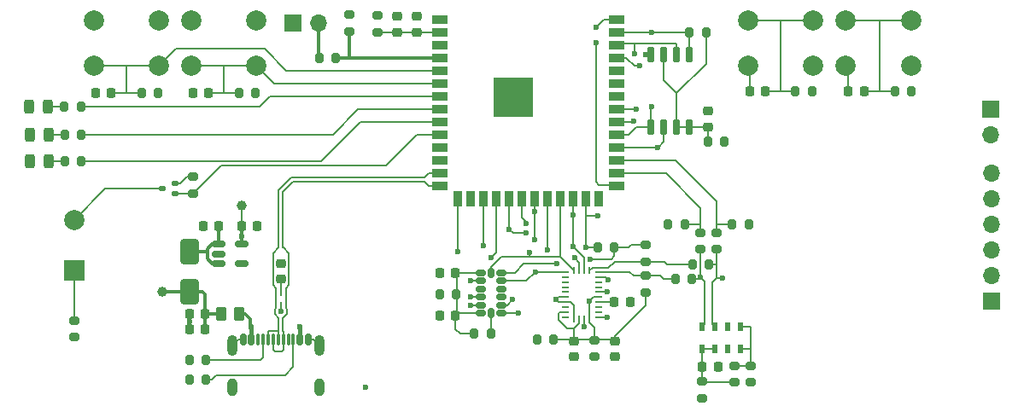
<source format=gtl>
G04 #@! TF.GenerationSoftware,KiCad,Pcbnew,8.0.5*
G04 #@! TF.CreationDate,2024-11-13T12:29:25-06:00*
G04 #@! TF.ProjectId,APG_Sensor_Test_Board,4150475f-5365-46e7-936f-725f54657374,rev?*
G04 #@! TF.SameCoordinates,Original*
G04 #@! TF.FileFunction,Copper,L1,Top*
G04 #@! TF.FilePolarity,Positive*
%FSLAX46Y46*%
G04 Gerber Fmt 4.6, Leading zero omitted, Abs format (unit mm)*
G04 Created by KiCad (PCBNEW 8.0.5) date 2024-11-13 12:29:25*
%MOMM*%
%LPD*%
G01*
G04 APERTURE LIST*
G04 Aperture macros list*
%AMRoundRect*
0 Rectangle with rounded corners*
0 $1 Rounding radius*
0 $2 $3 $4 $5 $6 $7 $8 $9 X,Y pos of 4 corners*
0 Add a 4 corners polygon primitive as box body*
4,1,4,$2,$3,$4,$5,$6,$7,$8,$9,$2,$3,0*
0 Add four circle primitives for the rounded corners*
1,1,$1+$1,$2,$3*
1,1,$1+$1,$4,$5*
1,1,$1+$1,$6,$7*
1,1,$1+$1,$8,$9*
0 Add four rect primitives between the rounded corners*
20,1,$1+$1,$2,$3,$4,$5,0*
20,1,$1+$1,$4,$5,$6,$7,0*
20,1,$1+$1,$6,$7,$8,$9,0*
20,1,$1+$1,$8,$9,$2,$3,0*%
G04 Aperture macros list end*
G04 #@! TA.AperFunction,SMDPad,CuDef*
%ADD10RoundRect,0.150000X-0.150000X0.650000X-0.150000X-0.650000X0.150000X-0.650000X0.150000X0.650000X0*%
G04 #@! TD*
G04 #@! TA.AperFunction,SMDPad,CuDef*
%ADD11RoundRect,0.200000X0.200000X0.275000X-0.200000X0.275000X-0.200000X-0.275000X0.200000X-0.275000X0*%
G04 #@! TD*
G04 #@! TA.AperFunction,SMDPad,CuDef*
%ADD12RoundRect,0.062500X0.062500X-0.237500X0.062500X0.237500X-0.062500X0.237500X-0.062500X-0.237500X0*%
G04 #@! TD*
G04 #@! TA.AperFunction,SMDPad,CuDef*
%ADD13RoundRect,0.150000X-0.325000X-0.150000X0.325000X-0.150000X0.325000X0.150000X-0.325000X0.150000X0*%
G04 #@! TD*
G04 #@! TA.AperFunction,SMDPad,CuDef*
%ADD14RoundRect,0.150000X-0.150000X-0.325000X0.150000X-0.325000X0.150000X0.325000X-0.150000X0.325000X0*%
G04 #@! TD*
G04 #@! TA.AperFunction,ComponentPad*
%ADD15R,1.700000X1.700000*%
G04 #@! TD*
G04 #@! TA.AperFunction,ComponentPad*
%ADD16O,1.700000X1.700000*%
G04 #@! TD*
G04 #@! TA.AperFunction,SMDPad,CuDef*
%ADD17RoundRect,0.200000X-0.200000X-0.275000X0.200000X-0.275000X0.200000X0.275000X-0.200000X0.275000X0*%
G04 #@! TD*
G04 #@! TA.AperFunction,SMDPad,CuDef*
%ADD18RoundRect,0.150000X-0.150000X-0.425000X0.150000X-0.425000X0.150000X0.425000X-0.150000X0.425000X0*%
G04 #@! TD*
G04 #@! TA.AperFunction,SMDPad,CuDef*
%ADD19RoundRect,0.075000X-0.075000X-0.500000X0.075000X-0.500000X0.075000X0.500000X-0.075000X0.500000X0*%
G04 #@! TD*
G04 #@! TA.AperFunction,ComponentPad*
%ADD20O,1.000000X2.100000*%
G04 #@! TD*
G04 #@! TA.AperFunction,ComponentPad*
%ADD21O,1.000000X1.800000*%
G04 #@! TD*
G04 #@! TA.AperFunction,SMDPad,CuDef*
%ADD22RoundRect,0.225000X0.225000X0.250000X-0.225000X0.250000X-0.225000X-0.250000X0.225000X-0.250000X0*%
G04 #@! TD*
G04 #@! TA.AperFunction,SMDPad,CuDef*
%ADD23RoundRect,0.200000X-0.275000X0.200000X-0.275000X-0.200000X0.275000X-0.200000X0.275000X0.200000X0*%
G04 #@! TD*
G04 #@! TA.AperFunction,SMDPad,CuDef*
%ADD24RoundRect,0.225000X-0.250000X0.225000X-0.250000X-0.225000X0.250000X-0.225000X0.250000X0.225000X0*%
G04 #@! TD*
G04 #@! TA.AperFunction,SMDPad,CuDef*
%ADD25R,0.550000X0.950000*%
G04 #@! TD*
G04 #@! TA.AperFunction,SMDPad,CuDef*
%ADD26RoundRect,0.250000X0.262500X0.450000X-0.262500X0.450000X-0.262500X-0.450000X0.262500X-0.450000X0*%
G04 #@! TD*
G04 #@! TA.AperFunction,SMDPad,CuDef*
%ADD27RoundRect,0.150000X-0.512500X-0.150000X0.512500X-0.150000X0.512500X0.150000X-0.512500X0.150000X0*%
G04 #@! TD*
G04 #@! TA.AperFunction,SMDPad,CuDef*
%ADD28RoundRect,0.200000X0.275000X-0.200000X0.275000X0.200000X-0.275000X0.200000X-0.275000X-0.200000X0*%
G04 #@! TD*
G04 #@! TA.AperFunction,SMDPad,CuDef*
%ADD29RoundRect,0.225000X0.250000X-0.225000X0.250000X0.225000X-0.250000X0.225000X-0.250000X-0.225000X0*%
G04 #@! TD*
G04 #@! TA.AperFunction,SMDPad,CuDef*
%ADD30RoundRect,0.243750X0.243750X0.456250X-0.243750X0.456250X-0.243750X-0.456250X0.243750X-0.456250X0*%
G04 #@! TD*
G04 #@! TA.AperFunction,SMDPad,CuDef*
%ADD31RoundRect,0.125000X0.175000X0.125000X-0.175000X0.125000X-0.175000X-0.125000X0.175000X-0.125000X0*%
G04 #@! TD*
G04 #@! TA.AperFunction,SMDPad,CuDef*
%ADD32RoundRect,0.225000X-0.225000X-0.250000X0.225000X-0.250000X0.225000X0.250000X-0.225000X0.250000X0*%
G04 #@! TD*
G04 #@! TA.AperFunction,ComponentPad*
%ADD33C,2.000000*%
G04 #@! TD*
G04 #@! TA.AperFunction,ComponentPad*
%ADD34R,2.000000X2.000000*%
G04 #@! TD*
G04 #@! TA.AperFunction,SMDPad,CuDef*
%ADD35C,1.000000*%
G04 #@! TD*
G04 #@! TA.AperFunction,SMDPad,CuDef*
%ADD36R,0.675000X0.254000*%
G04 #@! TD*
G04 #@! TA.AperFunction,SMDPad,CuDef*
%ADD37R,0.254000X0.675000*%
G04 #@! TD*
G04 #@! TA.AperFunction,SMDPad,CuDef*
%ADD38RoundRect,0.250000X-0.650000X1.000000X-0.650000X-1.000000X0.650000X-1.000000X0.650000X1.000000X0*%
G04 #@! TD*
G04 #@! TA.AperFunction,SMDPad,CuDef*
%ADD39R,1.500000X0.900000*%
G04 #@! TD*
G04 #@! TA.AperFunction,SMDPad,CuDef*
%ADD40R,0.900000X1.500000*%
G04 #@! TD*
G04 #@! TA.AperFunction,HeatsinkPad*
%ADD41C,0.600000*%
G04 #@! TD*
G04 #@! TA.AperFunction,SMDPad,CuDef*
%ADD42R,3.900000X3.900000*%
G04 #@! TD*
G04 #@! TA.AperFunction,ViaPad*
%ADD43C,0.600000*%
G04 #@! TD*
G04 #@! TA.AperFunction,Conductor*
%ADD44C,0.200000*%
G04 #@! TD*
G04 #@! TA.AperFunction,Conductor*
%ADD45C,0.300000*%
G04 #@! TD*
G04 #@! TA.AperFunction,Conductor*
%ADD46C,0.400000*%
G04 #@! TD*
G04 APERTURE END LIST*
D10*
X165205000Y-54950000D03*
X163935000Y-54950000D03*
X162665000Y-54950000D03*
X161395000Y-54950000D03*
X161395000Y-62150000D03*
X162665000Y-62150000D03*
X163935000Y-62150000D03*
X165205000Y-62150000D03*
D11*
X165450000Y-77275000D03*
X163800000Y-77275000D03*
D12*
X124200000Y-79900000D03*
X124700000Y-79900000D03*
X125200000Y-79900000D03*
X125200000Y-78600000D03*
X124700000Y-78600000D03*
X124200000Y-78600000D03*
D13*
X144550000Y-76650000D03*
X144550000Y-77450000D03*
X144550000Y-78250000D03*
X144550000Y-79050000D03*
X144550000Y-79850000D03*
X144550000Y-80650000D03*
D14*
X145550000Y-80650000D03*
D13*
X146550000Y-80650000D03*
X146550000Y-79850000D03*
X146550000Y-79050000D03*
X146550000Y-78250000D03*
X146550000Y-77450000D03*
X146550000Y-76650000D03*
D14*
X145550000Y-76650000D03*
D15*
X125875000Y-51850000D03*
D16*
X128415000Y-51850000D03*
D17*
X163100000Y-71800000D03*
X164750000Y-71800000D03*
D18*
X121000000Y-83270000D03*
X121800000Y-83270000D03*
D19*
X122950000Y-83270000D03*
X123950000Y-83270000D03*
X124450000Y-83270000D03*
X125450000Y-83270000D03*
D18*
X126600000Y-83270000D03*
X127400000Y-83270000D03*
X127400000Y-83270000D03*
X126600000Y-83270000D03*
D19*
X125950000Y-83270000D03*
X124950000Y-83270000D03*
X123450000Y-83270000D03*
X122450000Y-83270000D03*
D18*
X121800000Y-83270000D03*
X121000000Y-83270000D03*
D20*
X119880000Y-83845000D03*
D21*
X119880000Y-88025000D03*
D20*
X128520000Y-83845000D03*
D21*
X128520000Y-88025000D03*
D11*
X171100000Y-71800000D03*
X169450000Y-71800000D03*
D17*
X143900000Y-82700000D03*
X145550000Y-82700000D03*
D22*
X142025000Y-76650000D03*
X140475000Y-76650000D03*
D23*
X171300000Y-85875000D03*
X171300000Y-87525000D03*
D11*
X122212500Y-58750000D03*
X120562500Y-58750000D03*
X166855000Y-52750000D03*
X165205000Y-52750000D03*
D22*
X117525000Y-58750000D03*
X115975000Y-58750000D03*
D11*
X168700000Y-63650000D03*
X167050000Y-63650000D03*
D24*
X138208332Y-51200000D03*
X138208332Y-52750000D03*
D23*
X160850000Y-73875000D03*
X160850000Y-75525000D03*
D25*
X166500000Y-84150000D03*
X167750000Y-84150000D03*
X169000000Y-84150000D03*
X170250000Y-84150000D03*
X170250000Y-82000000D03*
X169000000Y-82000000D03*
X167750000Y-82000000D03*
X166500000Y-82000000D03*
D26*
X120612500Y-80750000D03*
X118787500Y-80750000D03*
D23*
X116000000Y-67100000D03*
X116000000Y-68750000D03*
D11*
X157775000Y-74100000D03*
X156125000Y-74100000D03*
D27*
X118562500Y-73800000D03*
X118562500Y-74750000D03*
X118562500Y-75700000D03*
X120837500Y-75700000D03*
X120837500Y-73800000D03*
D11*
X117275000Y-87250000D03*
X115625000Y-87250000D03*
D24*
X153750000Y-83425000D03*
X153750000Y-84975000D03*
D28*
X169650000Y-87525000D03*
X169650000Y-85875000D03*
D23*
X134250000Y-51100000D03*
X134250000Y-52750000D03*
D29*
X167050000Y-62150000D03*
X167050000Y-60600000D03*
D22*
X118562500Y-72000000D03*
X117012500Y-72000000D03*
D11*
X104925000Y-62900000D03*
X103275000Y-62900000D03*
D28*
X160850000Y-78575000D03*
X160850000Y-76925000D03*
X166500000Y-89075000D03*
X166500000Y-87425000D03*
D11*
X187225000Y-58650000D03*
X185575000Y-58650000D03*
D30*
X101687500Y-62900000D03*
X99812500Y-62900000D03*
D23*
X167875000Y-72650000D03*
X167875000Y-74300000D03*
D11*
X151775000Y-83250000D03*
X150125000Y-83250000D03*
D31*
X114250000Y-68800000D03*
X114250000Y-67800000D03*
X112950000Y-68300000D03*
D32*
X157775000Y-79550000D03*
X159325000Y-79550000D03*
D33*
X112650000Y-56050000D03*
X106150000Y-56050000D03*
X112650000Y-51550000D03*
X106150000Y-51550000D03*
D22*
X182525000Y-58650000D03*
X180975000Y-58650000D03*
D33*
X180700000Y-51550000D03*
X187200000Y-51550000D03*
X180700000Y-56050000D03*
X187200000Y-56050000D03*
D34*
X104200000Y-76400000D03*
D33*
X104200000Y-71400000D03*
D30*
X101687500Y-65550000D03*
X99812500Y-65550000D03*
D22*
X117225000Y-82250000D03*
X115675000Y-82250000D03*
D17*
X128502500Y-55290000D03*
X130152500Y-55290000D03*
D28*
X131500000Y-52675000D03*
X131500000Y-51025000D03*
D24*
X124700000Y-75725000D03*
X124700000Y-77275000D03*
D28*
X104200000Y-83025000D03*
X104200000Y-81375000D03*
D22*
X107875000Y-58750000D03*
X106325000Y-58750000D03*
D11*
X177375000Y-58650000D03*
X175725000Y-58650000D03*
D23*
X166325000Y-72650000D03*
X166325000Y-74300000D03*
D35*
X120837500Y-70000000D03*
D22*
X142025000Y-80850000D03*
X140475000Y-80850000D03*
D11*
X104925000Y-65550000D03*
X103275000Y-65550000D03*
D28*
X155800000Y-84987500D03*
X155800000Y-83337500D03*
D11*
X117275000Y-85250000D03*
X115625000Y-85250000D03*
D22*
X117225000Y-80750000D03*
X115675000Y-80750000D03*
D11*
X112562500Y-58750000D03*
X110912500Y-58750000D03*
X167150000Y-75775000D03*
X165500000Y-75775000D03*
D35*
X112950000Y-78500000D03*
D36*
X152887500Y-81050000D03*
D37*
X153800000Y-81187500D03*
X154300000Y-81187500D03*
X154800000Y-81187500D03*
X155300000Y-81187500D03*
D36*
X156212500Y-81050000D03*
X156212500Y-80550000D03*
X156212500Y-80050000D03*
X156212500Y-79550000D03*
X156212500Y-79050000D03*
X156212500Y-78550000D03*
X156212500Y-78050000D03*
X156212500Y-77550000D03*
X156212500Y-77050000D03*
X156212500Y-76550000D03*
D37*
X155300000Y-76412500D03*
X154800000Y-76412500D03*
X154300000Y-76412500D03*
X153800000Y-76412500D03*
D36*
X152887500Y-76550000D03*
X152887500Y-77050000D03*
X152887500Y-77550000D03*
X152887500Y-78050000D03*
X152887500Y-78550000D03*
X152887500Y-79050000D03*
X152887500Y-79550000D03*
X152887500Y-80050000D03*
X152887500Y-80550000D03*
D33*
X171000000Y-51550000D03*
X177500000Y-51550000D03*
X171000000Y-56050000D03*
X177500000Y-56050000D03*
D11*
X104875000Y-60150000D03*
X103225000Y-60150000D03*
D22*
X172725000Y-58650000D03*
X171175000Y-58650000D03*
D33*
X122300000Y-56050000D03*
X115800000Y-56050000D03*
X122300000Y-51550000D03*
X115800000Y-51550000D03*
D24*
X157850000Y-83425000D03*
X157850000Y-84975000D03*
D15*
X195100000Y-60355000D03*
D16*
X195100000Y-62895000D03*
D15*
X195150000Y-79420000D03*
D16*
X195150000Y-76880000D03*
X195150000Y-74340000D03*
X195150000Y-71800000D03*
X195150000Y-69260000D03*
X195150000Y-66720000D03*
D17*
X140462500Y-78750000D03*
X142112500Y-78750000D03*
D24*
X136229166Y-51200000D03*
X136229166Y-52750000D03*
D38*
X115700000Y-74500000D03*
X115700000Y-78500000D03*
D30*
X101650000Y-60150000D03*
X99775000Y-60150000D03*
D32*
X166500000Y-85925000D03*
X168050000Y-85925000D03*
X120837500Y-72000000D03*
X122387500Y-72000000D03*
D39*
X140500000Y-51480000D03*
X140500000Y-52750000D03*
X140500000Y-54020000D03*
X140500000Y-55290000D03*
X140500000Y-56560000D03*
X140500000Y-57830000D03*
X140500000Y-59100000D03*
X140500000Y-60370000D03*
X140500000Y-61640000D03*
X140500000Y-62910000D03*
X140500000Y-64180000D03*
X140500000Y-65450000D03*
X140500000Y-66720000D03*
X140500000Y-67990000D03*
D40*
X142265000Y-69240000D03*
X143535000Y-69240000D03*
X144805000Y-69240000D03*
X146075000Y-69240000D03*
X147345000Y-69240000D03*
X148615000Y-69240000D03*
X149885000Y-69240000D03*
X151155000Y-69240000D03*
X152425000Y-69240000D03*
X153695000Y-69240000D03*
X154965000Y-69240000D03*
X156235000Y-69240000D03*
D39*
X158000000Y-67990000D03*
X158000000Y-66720000D03*
X158000000Y-65450000D03*
X158000000Y-64180000D03*
X158000000Y-62910000D03*
X158000000Y-61640000D03*
X158000000Y-60370000D03*
X158000000Y-59100000D03*
X158000000Y-57830000D03*
X158000000Y-56560000D03*
X158000000Y-55290000D03*
X158000000Y-54020000D03*
X158000000Y-52750000D03*
X158000000Y-51480000D03*
D41*
X146350000Y-58500000D03*
X146350000Y-59900000D03*
X147050000Y-57800000D03*
X147050000Y-59200000D03*
X147050000Y-60600000D03*
X147750000Y-58500000D03*
D42*
X147750000Y-59200000D03*
D41*
X147750000Y-59900000D03*
X148450000Y-57800000D03*
X148450000Y-59200000D03*
X148450000Y-60600000D03*
X149150000Y-58500000D03*
X149150000Y-59900000D03*
D43*
X106325000Y-58750000D03*
X124700000Y-75725000D03*
X159325000Y-79550000D03*
X153750000Y-84975000D03*
X131500000Y-51025000D03*
X124700000Y-80500000D03*
X138208332Y-51200000D03*
X171300000Y-87525000D03*
X156000000Y-52250000D03*
X117012500Y-72000000D03*
X140500000Y-51480000D03*
X151950000Y-79300000D03*
X122387500Y-72000000D03*
X140475000Y-76650000D03*
X115975000Y-58750000D03*
X143550000Y-79050000D03*
X143550000Y-77450000D03*
X140475000Y-80850000D03*
X115625000Y-85250000D03*
X116000000Y-67100000D03*
X167050000Y-60600000D03*
X118562500Y-74750000D03*
X168050000Y-85925000D03*
X115625000Y-87250000D03*
X133100000Y-88000000D03*
X169000000Y-84150000D03*
X160850000Y-54950000D03*
X115675000Y-81500000D03*
X143550000Y-79850000D03*
X157850000Y-84975000D03*
X136229166Y-51200000D03*
X140500000Y-54020000D03*
X155950000Y-53800000D03*
X155300000Y-79450000D03*
X155400000Y-75300000D03*
X187225000Y-58650000D03*
X104200000Y-83025000D03*
X163100000Y-71800000D03*
X112562500Y-58750000D03*
X166500000Y-89075000D03*
X99775000Y-60150000D03*
X99812500Y-65550000D03*
X120837500Y-73000000D03*
X122212500Y-58750000D03*
X171100000Y-71800000D03*
X155800000Y-84987500D03*
X134250000Y-51100000D03*
X168700000Y-63650000D03*
X177375000Y-58650000D03*
X140462500Y-78750000D03*
X99812500Y-62900000D03*
X121800000Y-82000000D03*
X126550000Y-82000000D03*
X159650000Y-61550000D03*
X158000000Y-59100000D03*
X159950000Y-60350000D03*
X140500000Y-64180000D03*
X158000000Y-57830000D03*
X158000000Y-56560000D03*
X160250000Y-56100000D03*
X161500000Y-52750000D03*
X159750000Y-54900000D03*
X168500000Y-77150000D03*
X166300000Y-77050000D03*
X154950000Y-74100000D03*
X153850000Y-75150000D03*
X156100000Y-70950000D03*
X149950000Y-76550000D03*
X151150000Y-74400000D03*
X153695000Y-70850000D03*
X153695000Y-74050000D03*
X152050000Y-75750000D03*
X149400000Y-74600000D03*
X149885000Y-73350000D03*
X149885000Y-70550000D03*
X157150000Y-77300000D03*
X157100000Y-81050000D03*
X149050000Y-71750000D03*
X157100000Y-78550000D03*
X147345000Y-72295000D03*
X149000000Y-72700000D03*
X145550000Y-82700000D03*
X145550000Y-75100000D03*
X144800000Y-73900000D03*
X148250000Y-80650000D03*
X147700000Y-79300000D03*
X142250000Y-74500000D03*
X161450000Y-60150000D03*
X162050000Y-64200000D03*
X154800000Y-81950000D03*
X150125000Y-83250000D03*
X140500000Y-65450000D03*
D44*
X171175000Y-58650000D02*
X171175000Y-56225000D01*
X152887500Y-79050000D02*
X152200000Y-79050000D01*
X144550000Y-79850000D02*
X143550000Y-79850000D01*
X116000000Y-67100000D02*
X115412500Y-67100000D01*
X153750000Y-85150000D02*
X153750000Y-84975000D01*
X115412500Y-67100000D02*
X114712500Y-67800000D01*
X153452000Y-79550000D02*
X152887500Y-79550000D01*
X120455000Y-83270000D02*
X119880000Y-83845000D01*
X115675000Y-80750000D02*
X115675000Y-81500000D01*
X152200000Y-79550000D02*
X151950000Y-79300000D01*
X156770000Y-51480000D02*
X156000000Y-52250000D01*
X153800000Y-81187500D02*
X153800000Y-79898000D01*
X124700000Y-79900000D02*
X124700000Y-80500000D01*
X157850000Y-85150000D02*
X157850000Y-84975000D01*
X158000000Y-51480000D02*
X156770000Y-51480000D01*
X140300000Y-80850000D02*
X140475000Y-80850000D01*
X152887500Y-79550000D02*
X152200000Y-79550000D01*
X153800000Y-79898000D02*
X153452000Y-79550000D01*
X115625000Y-85150000D02*
X115625000Y-85250000D01*
X171175000Y-56225000D02*
X171000000Y-56050000D01*
X121000000Y-83270000D02*
X120455000Y-83270000D01*
X144550000Y-79050000D02*
X143550000Y-79050000D01*
X140300000Y-76650000D02*
X140475000Y-76650000D01*
X127945000Y-83270000D02*
X128520000Y-83845000D01*
X180975000Y-56325000D02*
X180700000Y-56050000D01*
X144550000Y-77450000D02*
X143550000Y-77450000D01*
X127400000Y-83270000D02*
X127945000Y-83270000D01*
X180975000Y-58650000D02*
X180975000Y-56325000D01*
X115675000Y-81500000D02*
X115675000Y-82250000D01*
X152200000Y-79050000D02*
X151950000Y-79300000D01*
X114700000Y-67800000D02*
X114350000Y-67800000D01*
X161395000Y-54950000D02*
X160850000Y-54950000D01*
X115400000Y-67100000D02*
X116000000Y-67100000D01*
X104200000Y-81375000D02*
X104200000Y-76400000D01*
X174250000Y-51550000D02*
X177500000Y-51550000D01*
X174250000Y-58650000D02*
X174250000Y-51550000D01*
X172900000Y-58650000D02*
X174250000Y-58650000D01*
X171000000Y-51550000D02*
X174250000Y-51550000D01*
X140500000Y-54020000D02*
X140500000Y-53920000D01*
X174250000Y-58650000D02*
X175637500Y-58650000D01*
X184100000Y-51550000D02*
X187200000Y-51550000D01*
X184100000Y-58650000D02*
X184100000Y-51550000D01*
X155950000Y-67600000D02*
X156240000Y-67890000D01*
X182700000Y-58650000D02*
X184100000Y-58650000D01*
X180700000Y-51550000D02*
X184100000Y-51550000D01*
X184100000Y-58650000D02*
X185487500Y-58650000D01*
X156240000Y-67890000D02*
X158000000Y-67890000D01*
X155950000Y-53800000D02*
X155950000Y-67600000D01*
X140500000Y-52750000D02*
X134250000Y-52750000D01*
X155300000Y-81187500D02*
X155300000Y-79450000D01*
X155300000Y-79450000D02*
X155700000Y-79050000D01*
X160850000Y-79900000D02*
X157850000Y-82900000D01*
X159425000Y-73875000D02*
X159200000Y-74100000D01*
X157450000Y-75300000D02*
X157775000Y-74975000D01*
X154300000Y-81601471D02*
X153750000Y-82151471D01*
X155300000Y-81600000D02*
X155800000Y-82100000D01*
X160850000Y-73875000D02*
X159425000Y-73875000D01*
X157850000Y-83250000D02*
X151862500Y-83250000D01*
X157775000Y-74975000D02*
X157775000Y-74100000D01*
X152200000Y-81300000D02*
X153051471Y-82151471D01*
X157850000Y-82900000D02*
X157850000Y-83425000D01*
X155800000Y-82100000D02*
X155800000Y-83250000D01*
X152200000Y-80673000D02*
X152200000Y-81300000D01*
X155400000Y-75300000D02*
X157450000Y-75300000D01*
X160850000Y-78675000D02*
X160850000Y-79900000D01*
X153750000Y-82151471D02*
X153750000Y-83250000D01*
X155700000Y-79050000D02*
X156212500Y-79050000D01*
X152887500Y-80550000D02*
X152323000Y-80550000D01*
X154300000Y-81187500D02*
X154300000Y-81601471D01*
X155300000Y-81187500D02*
X155300000Y-81600000D01*
X152323000Y-80550000D02*
X152200000Y-80673000D01*
X159200000Y-74100000D02*
X157775000Y-74100000D01*
X153051471Y-82151471D02*
X153750000Y-82151471D01*
X157775000Y-79550000D02*
X156212500Y-79550000D01*
X142500000Y-82700000D02*
X142025000Y-82225000D01*
X142025000Y-82225000D02*
X142025000Y-80850000D01*
X142200000Y-76650000D02*
X142200000Y-80850000D01*
X143900000Y-82700000D02*
X142500000Y-82700000D01*
X144550000Y-76650000D02*
X142200000Y-76650000D01*
X142400000Y-80650000D02*
X144550000Y-80650000D01*
X142200000Y-80850000D02*
X142400000Y-80650000D01*
X169650000Y-87525000D02*
X166600000Y-87525000D01*
X166500000Y-84150000D02*
X166500000Y-85925000D01*
X167750000Y-84150000D02*
X166500000Y-84150000D01*
X166600000Y-87525000D02*
X166500000Y-87425000D01*
X166500000Y-87425000D02*
X166500000Y-85925000D01*
X167050000Y-63650000D02*
X167050000Y-62150000D01*
X162665000Y-54950000D02*
X162665000Y-57515000D01*
X165205000Y-62150000D02*
X167050000Y-62150000D01*
X165205000Y-62150000D02*
X163935000Y-62150000D01*
X163950000Y-62165000D02*
X163935000Y-62150000D01*
X166855000Y-55865000D02*
X163935000Y-58785000D01*
X162665000Y-57515000D02*
X163935000Y-58785000D01*
X166855000Y-52750000D02*
X166855000Y-55865000D01*
X163935000Y-58785000D02*
X163935000Y-62150000D01*
X119050000Y-58750000D02*
X119050000Y-56050000D01*
X119050000Y-58750000D02*
X120475000Y-58750000D01*
X119050000Y-56050000D02*
X122300000Y-56050000D01*
X117700000Y-58750000D02*
X119050000Y-58750000D01*
X115800000Y-56050000D02*
X119050000Y-56050000D01*
X124080000Y-57830000D02*
X140500000Y-57830000D01*
X122300000Y-56050000D02*
X124080000Y-57830000D01*
X108050000Y-58750000D02*
X109400000Y-58750000D01*
X123100000Y-54400000D02*
X125260000Y-56560000D01*
X109400000Y-58750000D02*
X109400000Y-56050000D01*
X106150000Y-56050000D02*
X109400000Y-56050000D01*
X125260000Y-56560000D02*
X140500000Y-56560000D01*
X109400000Y-56050000D02*
X112650000Y-56050000D01*
X112650000Y-56050000D02*
X114300000Y-54400000D01*
X109400000Y-58750000D02*
X110825000Y-58750000D01*
X114300000Y-54400000D02*
X123100000Y-54400000D01*
D45*
X116950000Y-78500000D02*
X117225000Y-78775000D01*
X112950000Y-78500000D02*
X115700000Y-78500000D01*
X115700000Y-78500000D02*
X116950000Y-78500000D01*
X117225000Y-80750000D02*
X117225000Y-82250000D01*
X118787500Y-80750000D02*
X117225000Y-80750000D01*
X117225000Y-78775000D02*
X117225000Y-80750000D01*
D44*
X120837500Y-72000000D02*
X120837500Y-70000000D01*
D45*
X120837500Y-72000000D02*
X120837500Y-73800000D01*
D44*
X113050000Y-68300000D02*
X107300000Y-68300000D01*
X107300000Y-68300000D02*
X104200000Y-71400000D01*
X101300000Y-60150000D02*
X103225000Y-60150000D01*
X103275000Y-62900000D02*
X101337500Y-62900000D01*
D46*
X126550000Y-82000000D02*
X126600000Y-82050000D01*
D45*
X121700000Y-81900000D02*
X121800000Y-82000000D01*
D46*
X121800000Y-83270000D02*
X121800000Y-82000000D01*
D45*
X121700000Y-81250000D02*
X121700000Y-81900000D01*
X121200000Y-80750000D02*
X121700000Y-81250000D01*
X120612500Y-80750000D02*
X121200000Y-80750000D01*
D46*
X126600000Y-82050000D02*
X126600000Y-83270000D01*
D45*
X128415000Y-51850000D02*
X128415000Y-55290000D01*
D44*
X158000000Y-61640000D02*
X159560000Y-61640000D01*
X159560000Y-61640000D02*
X159650000Y-61550000D01*
X158000000Y-60370000D02*
X159930000Y-60370000D01*
X159930000Y-60370000D02*
X159950000Y-60350000D01*
X158000000Y-55290000D02*
X158950000Y-55290000D01*
X158950000Y-55290000D02*
X159760000Y-56100000D01*
X159760000Y-56100000D02*
X160250000Y-56100000D01*
X125200000Y-80151471D02*
X125300000Y-80251471D01*
X124100000Y-84400000D02*
X124800000Y-84400000D01*
X138964999Y-67580000D02*
X125938200Y-67580000D01*
X125475000Y-77874999D02*
X125475000Y-74676471D01*
X124925000Y-81123529D02*
X124925000Y-82382499D01*
X124925000Y-68593200D02*
X125938200Y-67580000D01*
X124925000Y-82382499D02*
X124950000Y-82407499D01*
X139374999Y-67990000D02*
X140500000Y-67990000D01*
X124950000Y-83270000D02*
X124950000Y-82364314D01*
X123950000Y-83255000D02*
X123950000Y-84250000D01*
X124950000Y-82407499D02*
X124950000Y-83270000D01*
X125475000Y-74676471D02*
X124948529Y-74150000D01*
X125200000Y-78600000D02*
X125200000Y-78149999D01*
X124800000Y-84400000D02*
X124950000Y-84250000D01*
X125200000Y-79900000D02*
X125200000Y-80151471D01*
X125300000Y-80748529D02*
X124925000Y-81123529D01*
X124925000Y-74150000D02*
X124925000Y-68593200D01*
X123950000Y-84250000D02*
X124100000Y-84400000D01*
X124950000Y-84250000D02*
X124950000Y-83255000D01*
X124948529Y-74150000D02*
X124925000Y-74150000D01*
X138964999Y-67580000D02*
X139374999Y-67990000D01*
X125200000Y-79900000D02*
X125200000Y-78600000D01*
X123914000Y-83255000D02*
X123950000Y-83291000D01*
X125300000Y-80251471D02*
X125300000Y-80748529D01*
X125200000Y-78149999D02*
X125475000Y-77874999D01*
X122700000Y-85250000D02*
X122950000Y-85000000D01*
X117275000Y-85250000D02*
X122700000Y-85250000D01*
X122950000Y-85000000D02*
X122950000Y-83270000D01*
X125125000Y-86825000D02*
X125950000Y-86000000D01*
X117850000Y-87250000D02*
X118275000Y-86825000D01*
X125950000Y-86000000D02*
X125950000Y-83270000D01*
X117362500Y-87250000D02*
X117850000Y-87250000D01*
X118275000Y-86825000D02*
X125125000Y-86825000D01*
X124400000Y-82380000D02*
X124450000Y-82430000D01*
X123480000Y-82380000D02*
X124400000Y-82380000D01*
X124100000Y-80251471D02*
X124100000Y-80748529D01*
X124200000Y-79900000D02*
X124200000Y-78600000D01*
X124200000Y-80151471D02*
X124100000Y-80251471D01*
X138964999Y-67130000D02*
X125751800Y-67130000D01*
X124451471Y-74150000D02*
X124475000Y-74150000D01*
X124475000Y-68406800D02*
X125751800Y-67130000D01*
X124200000Y-78149999D02*
X123925000Y-77874999D01*
X124450000Y-82407499D02*
X124450000Y-83270000D01*
X124200000Y-79900000D02*
X124200000Y-80151471D01*
X123450000Y-82410000D02*
X123480000Y-82380000D01*
X123925000Y-77874999D02*
X123925000Y-74676471D01*
X124200000Y-78600000D02*
X124200000Y-78149999D01*
X124475000Y-74150000D02*
X124475000Y-68406800D01*
X123450000Y-83255000D02*
X123450000Y-82410000D01*
X138964999Y-67130000D02*
X139374999Y-66720000D01*
X124450000Y-82430000D02*
X124450000Y-83255000D01*
X123925000Y-74676471D02*
X124451471Y-74150000D01*
X124475000Y-81123529D02*
X124475000Y-82382499D01*
X139374999Y-66720000D02*
X140500000Y-66720000D01*
X124100000Y-80748529D02*
X124475000Y-81123529D01*
X124475000Y-82382499D02*
X124450000Y-82407499D01*
D45*
X131500000Y-55290000D02*
X140500000Y-55290000D01*
X130240000Y-55290000D02*
X131500000Y-55290000D01*
X131500000Y-52762500D02*
X131500000Y-55290000D01*
D44*
X161500000Y-52750000D02*
X165205000Y-52750000D01*
X158000000Y-52750000D02*
X161500000Y-52750000D01*
X165205000Y-54950000D02*
X165205000Y-52750000D01*
X158170000Y-53850000D02*
X159750000Y-53850000D01*
X163850000Y-53850000D02*
X163935000Y-53935000D01*
X163935000Y-53935000D02*
X163935000Y-54950000D01*
X159750000Y-53850000D02*
X163850000Y-53850000D01*
X159750000Y-54900000D02*
X159750000Y-53850000D01*
X158000000Y-54020000D02*
X158170000Y-53850000D01*
X168500000Y-77150000D02*
X168475000Y-77175000D01*
X167875000Y-75775000D02*
X167875000Y-74300000D01*
X167875000Y-75775000D02*
X167875000Y-77175000D01*
X167500000Y-81750000D02*
X167750000Y-82000000D01*
X167025000Y-75775000D02*
X167875000Y-75775000D01*
X168475000Y-77175000D02*
X167875000Y-77175000D01*
X167500000Y-77550000D02*
X167500000Y-81750000D01*
X167875000Y-77175000D02*
X167500000Y-77550000D01*
X165450000Y-77275000D02*
X166025000Y-77275000D01*
X166500000Y-82000000D02*
X166750000Y-81750000D01*
X166300000Y-77050000D02*
X166275000Y-77025000D01*
X166325000Y-76975000D02*
X166325000Y-74300000D01*
X166750000Y-81750000D02*
X166750000Y-77500000D01*
X166275000Y-77025000D02*
X166325000Y-76975000D01*
X166750000Y-77500000D02*
X166300000Y-77050000D01*
X166025000Y-77275000D02*
X166275000Y-77025000D01*
X162275000Y-76925000D02*
X162625000Y-77275000D01*
X156212500Y-76550000D02*
X159275000Y-76550000D01*
X159650000Y-76925000D02*
X160850000Y-76925000D01*
X162625000Y-77275000D02*
X163800000Y-77275000D01*
X160850000Y-76925000D02*
X162275000Y-76925000D01*
X159275000Y-76550000D02*
X159650000Y-76925000D01*
X160850000Y-75525000D02*
X162775000Y-75525000D01*
X157192686Y-76123000D02*
X155589500Y-76123000D01*
X162775000Y-75525000D02*
X163025000Y-75775000D01*
X155589500Y-76123000D02*
X155300000Y-76412500D01*
X157192686Y-76123000D02*
X157790686Y-75525000D01*
X163025000Y-75775000D02*
X165500000Y-75775000D01*
X157790686Y-75525000D02*
X160850000Y-75525000D01*
X171300000Y-82050000D02*
X171300000Y-84300000D01*
X169650000Y-85875000D02*
X170300000Y-85875000D01*
X170250000Y-84150000D02*
X171150000Y-84150000D01*
X170250000Y-82000000D02*
X171250000Y-82000000D01*
X171150000Y-84150000D02*
X171300000Y-84300000D01*
X171250000Y-82000000D02*
X171300000Y-82050000D01*
X170300000Y-85875000D02*
X171300000Y-85875000D01*
X171300000Y-84300000D02*
X171300000Y-85875000D01*
X138190000Y-62910000D02*
X140500000Y-62910000D01*
X114250000Y-68800000D02*
X115950000Y-68800000D01*
X116000000Y-68750000D02*
X118800000Y-65950000D01*
X118800000Y-65950000D02*
X135150000Y-65950000D01*
X115950000Y-68800000D02*
X116000000Y-68750000D01*
X135150000Y-65950000D02*
X138190000Y-62910000D01*
X123648529Y-59100000D02*
X140500000Y-59100000D01*
X104875000Y-60150000D02*
X122598529Y-60150000D01*
X122598529Y-60150000D02*
X123648529Y-59100000D01*
X140500000Y-60370000D02*
X132380000Y-60370000D01*
X129850000Y-62900000D02*
X104925000Y-62900000D01*
X132380000Y-60370000D02*
X129850000Y-62900000D01*
X104925000Y-65550000D02*
X128700000Y-65550000D01*
X128700000Y-65550000D02*
X132610000Y-61640000D01*
X132610000Y-61640000D02*
X140500000Y-61640000D01*
X154965000Y-69240000D02*
X154965000Y-71000000D01*
X154965000Y-71000000D02*
X154965000Y-74085000D01*
X154965000Y-74085000D02*
X154950000Y-74100000D01*
X154950000Y-74100000D02*
X156125000Y-74100000D01*
X156050000Y-71000000D02*
X156100000Y-70950000D01*
X154300000Y-75600000D02*
X153850000Y-75150000D01*
X154965000Y-71000000D02*
X156050000Y-71000000D01*
X154300000Y-76412500D02*
X154300000Y-75600000D01*
X149050000Y-77450000D02*
X146550000Y-77450000D01*
X149950000Y-76550000D02*
X149050000Y-77450000D01*
X152887500Y-76550000D02*
X149950000Y-76550000D01*
X151155000Y-74395000D02*
X151150000Y-74400000D01*
X151155000Y-69240000D02*
X151155000Y-74395000D01*
X153695000Y-73995000D02*
X154800000Y-75100000D01*
X147900000Y-76650000D02*
X146550000Y-76650000D01*
X153695000Y-69240000D02*
X153695000Y-70850000D01*
X152050000Y-75750000D02*
X148800000Y-75750000D01*
X154800000Y-75100000D02*
X154800000Y-76412500D01*
X153695000Y-70850000D02*
X153695000Y-73995000D01*
X148800000Y-75750000D02*
X147900000Y-76650000D01*
X149350000Y-75037500D02*
X149350000Y-74650000D01*
X145550000Y-76650000D02*
X145550000Y-76050000D01*
X146562500Y-75037500D02*
X149350000Y-75037500D01*
X145550000Y-76050000D02*
X146562500Y-75037500D01*
X149350000Y-74650000D02*
X149400000Y-74600000D01*
X152425000Y-75037500D02*
X152425000Y-69240000D01*
X149350000Y-75037500D02*
X152425000Y-75037500D01*
X153800000Y-76412500D02*
X152425000Y-75037500D01*
X156900000Y-77050000D02*
X157150000Y-77300000D01*
X156212500Y-77050000D02*
X156900000Y-77050000D01*
X149885000Y-70550000D02*
X149885000Y-73335000D01*
X149885000Y-73335000D02*
X149900000Y-73350000D01*
X149885000Y-69240000D02*
X149885000Y-70550000D01*
X148615000Y-71165000D02*
X148615000Y-69240000D01*
X156212500Y-81050000D02*
X157100000Y-81050000D01*
X149050000Y-71600000D02*
X148615000Y-71165000D01*
X149050000Y-71750000D02*
X149050000Y-71600000D01*
X147750000Y-72700000D02*
X149000000Y-72700000D01*
X147345000Y-69240000D02*
X147345000Y-72295000D01*
X147345000Y-72295000D02*
X147750000Y-72700000D01*
X156212500Y-78550000D02*
X157100000Y-78550000D01*
X145550000Y-80650000D02*
X145550000Y-82700000D01*
X146075000Y-74575000D02*
X145550000Y-75100000D01*
X146075000Y-69240000D02*
X146075000Y-74575000D01*
X146550000Y-80650000D02*
X148250000Y-80650000D01*
X144805000Y-69240000D02*
X144805000Y-73895000D01*
X144805000Y-73895000D02*
X144800000Y-73900000D01*
X147150000Y-79850000D02*
X147700000Y-79300000D01*
X142265000Y-74485000D02*
X142250000Y-74500000D01*
X146550000Y-79850000D02*
X147150000Y-79850000D01*
X142265000Y-69240000D02*
X142265000Y-74485000D01*
X158000000Y-62910000D02*
X158040000Y-62950000D01*
X158000000Y-62910000D02*
X159190000Y-62910000D01*
X159950000Y-62150000D02*
X161395000Y-62150000D01*
X161395000Y-62150000D02*
X161395000Y-60205000D01*
X161395000Y-60205000D02*
X161450000Y-60150000D01*
X159190000Y-62910000D02*
X159950000Y-62150000D01*
X162070000Y-64180000D02*
X162120000Y-64180000D01*
X158000000Y-64180000D02*
X162030000Y-64180000D01*
X162120000Y-64180000D02*
X162665000Y-63635000D01*
X162030000Y-64180000D02*
X162050000Y-64200000D01*
X162665000Y-63635000D02*
X162665000Y-62150000D01*
X162050000Y-64200000D02*
X162070000Y-64180000D01*
X167875000Y-69525000D02*
X163800000Y-65450000D01*
X163800000Y-65450000D02*
X158000000Y-65450000D01*
X167875000Y-71850000D02*
X167875000Y-72650000D01*
X167925000Y-71800000D02*
X167875000Y-71850000D01*
X167875000Y-72650000D02*
X167875000Y-69525000D01*
X167925000Y-71800000D02*
X169450000Y-71800000D01*
X166325000Y-70175000D02*
X162870000Y-66720000D01*
X162870000Y-66720000D02*
X158000000Y-66720000D01*
X164750000Y-71800000D02*
X166275000Y-71800000D01*
X166325000Y-72650000D02*
X166325000Y-70175000D01*
X166325000Y-71850000D02*
X166325000Y-72650000D01*
X166275000Y-71800000D02*
X166325000Y-71850000D01*
D45*
X118562500Y-73800000D02*
X118562500Y-72000000D01*
X118562500Y-75700000D02*
X117900001Y-75700000D01*
X117450000Y-74250001D02*
X117900001Y-73800000D01*
X117450000Y-74500000D02*
X117450000Y-74250001D01*
X117900001Y-73800000D02*
X118562500Y-73800000D01*
X117450000Y-75249999D02*
X117450000Y-74500000D01*
X117900001Y-75700000D02*
X117450000Y-75249999D01*
X115700000Y-74500000D02*
X117450000Y-74500000D01*
D44*
X150125000Y-83250000D02*
X150037500Y-83250000D01*
X154800000Y-81187500D02*
X154800000Y-81950000D01*
X124700000Y-78600000D02*
X124700000Y-77275000D01*
X101337500Y-65550000D02*
X103275000Y-65550000D01*
M02*

</source>
